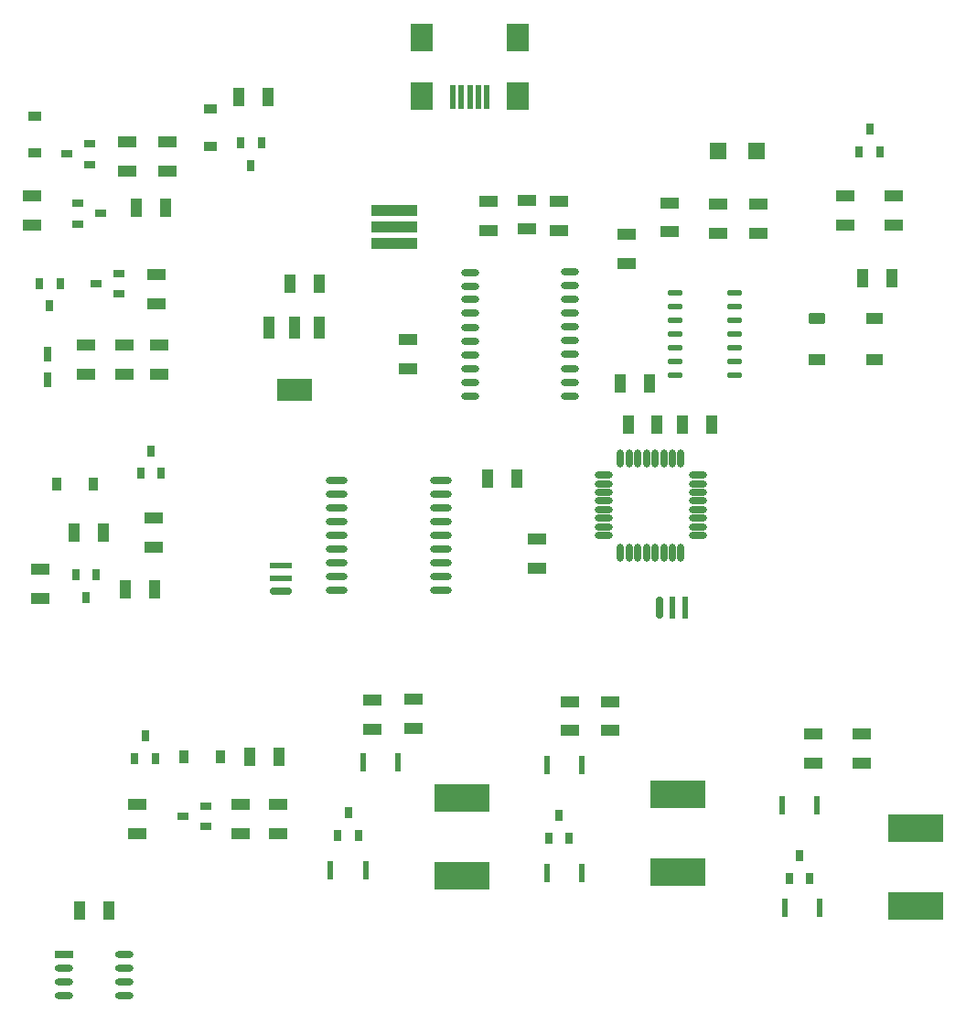
<source format=gtp>
G04*
G04 #@! TF.GenerationSoftware,Altium Limited,Altium Designer,18.0.11 (651)*
G04*
G04 Layer_Color=8421504*
%FSLAX25Y25*%
%MOIN*%
G70*
G01*
G75*
%ADD16R,0.01968X0.08858*%
%ADD17R,0.07874X0.09843*%
%ADD18R,0.07874X0.09843*%
%ADD19O,0.06693X0.02362*%
%ADD20R,0.03543X0.04724*%
%ADD21R,0.04331X0.06693*%
%ADD22R,0.03937X0.02756*%
%ADD23R,0.02756X0.03937*%
%ADD24R,0.06693X0.04331*%
%ADD25O,0.05512X0.02165*%
%ADD26R,0.04724X0.03543*%
%ADD27R,0.07874X0.02362*%
G04:AMPARAMS|DCode=28|XSize=23.62mil|YSize=78.74mil|CornerRadius=5.91mil|HoleSize=0mil|Usage=FLASHONLY|Rotation=90.000|XOffset=0mil|YOffset=0mil|HoleType=Round|Shape=RoundedRectangle|*
%AMROUNDEDRECTD28*
21,1,0.02362,0.06693,0,0,90.0*
21,1,0.01181,0.07874,0,0,90.0*
1,1,0.01181,0.03347,0.00591*
1,1,0.01181,0.03347,-0.00591*
1,1,0.01181,-0.03347,-0.00591*
1,1,0.01181,-0.03347,0.00591*
%
%ADD28ROUNDEDRECTD28*%
%ADD29O,0.06693X0.02559*%
%ADD30R,0.06693X0.02559*%
%ADD31R,0.02559X0.05315*%
%ADD32O,0.02362X0.06693*%
%ADD33R,0.02362X0.06890*%
%ADD34R,0.20000X0.09843*%
%ADD35R,0.16929X0.03937*%
%ADD36R,0.12795X0.08071*%
%ADD37R,0.03937X0.08071*%
%ADD38R,0.05906X0.05906*%
%ADD39O,0.07874X0.02756*%
%ADD40R,0.06299X0.03937*%
G04:AMPARAMS|DCode=41|XSize=39.37mil|YSize=62.99mil|CornerRadius=9.84mil|HoleSize=0mil|Usage=FLASHONLY|Rotation=90.000|XOffset=0mil|YOffset=0mil|HoleType=Round|Shape=RoundedRectangle|*
%AMROUNDEDRECTD41*
21,1,0.03937,0.04331,0,0,90.0*
21,1,0.01968,0.06299,0,0,90.0*
1,1,0.01968,0.02165,0.00984*
1,1,0.01968,0.02165,-0.00984*
1,1,0.01968,-0.02165,-0.00984*
1,1,0.01968,-0.02165,0.00984*
%
%ADD41ROUNDEDRECTD41*%
G04:AMPARAMS|DCode=42|XSize=23.62mil|YSize=78.74mil|CornerRadius=5.91mil|HoleSize=0mil|Usage=FLASHONLY|Rotation=0.000|XOffset=0mil|YOffset=0mil|HoleType=Round|Shape=RoundedRectangle|*
%AMROUNDEDRECTD42*
21,1,0.02362,0.06693,0,0,0.0*
21,1,0.01181,0.07874,0,0,0.0*
1,1,0.01181,0.00591,-0.03347*
1,1,0.01181,-0.00591,-0.03347*
1,1,0.01181,-0.00591,0.03347*
1,1,0.01181,0.00591,0.03347*
%
%ADD42ROUNDEDRECTD42*%
%ADD43R,0.02362X0.07874*%
D16*
X399213Y662598D02*
D03*
X402362D02*
D03*
X405512D02*
D03*
X408661D02*
D03*
X411811D02*
D03*
D17*
X387992Y684252D02*
D03*
X423032D02*
D03*
D18*
X387992Y662992D02*
D03*
X423032D02*
D03*
D19*
X405807Y553543D02*
D03*
Y558563D02*
D03*
Y563484D02*
D03*
Y568602D02*
D03*
Y573622D02*
D03*
Y578642D02*
D03*
Y583760D02*
D03*
X405787Y588701D02*
D03*
Y593661D02*
D03*
X405807Y598622D02*
D03*
X441929Y598721D02*
D03*
X441949Y593760D02*
D03*
Y588799D02*
D03*
X441929Y583858D02*
D03*
Y578740D02*
D03*
Y573721D02*
D03*
Y568701D02*
D03*
Y563583D02*
D03*
Y558661D02*
D03*
Y553642D02*
D03*
X488583Y502756D02*
D03*
Y505905D02*
D03*
Y509055D02*
D03*
Y512205D02*
D03*
Y515354D02*
D03*
Y518504D02*
D03*
Y521654D02*
D03*
Y524803D02*
D03*
X454331D02*
D03*
Y521654D02*
D03*
Y518504D02*
D03*
Y515354D02*
D03*
Y512205D02*
D03*
Y509055D02*
D03*
Y505905D02*
D03*
Y502756D02*
D03*
D20*
X301181Y422244D02*
D03*
X314567D02*
D03*
X268307Y521654D02*
D03*
X254921D02*
D03*
D21*
X336024Y422244D02*
D03*
X325394D02*
D03*
X493504Y543307D02*
D03*
X482874D02*
D03*
X473819D02*
D03*
X463189D02*
D03*
X460236Y558071D02*
D03*
X470866D02*
D03*
X294685Y622047D02*
D03*
X284055D02*
D03*
X290748Y483268D02*
D03*
X280118D02*
D03*
X559449Y596457D02*
D03*
X548819D02*
D03*
X332087Y662402D02*
D03*
X321457D02*
D03*
X263386Y366142D02*
D03*
X274016D02*
D03*
X272047Y503937D02*
D03*
X261417D02*
D03*
X340158Y594488D02*
D03*
X350787D02*
D03*
X412008Y523622D02*
D03*
X422638D02*
D03*
D22*
X300984Y400591D02*
D03*
X309252Y404331D02*
D03*
Y396850D02*
D03*
X269488Y594488D02*
D03*
X277756Y598228D02*
D03*
Y590748D02*
D03*
X266929Y637992D02*
D03*
Y645472D02*
D03*
X258661Y641732D02*
D03*
X262598Y623819D02*
D03*
Y616339D02*
D03*
X270866Y620079D02*
D03*
D23*
X287205Y429921D02*
D03*
X290945Y421654D02*
D03*
X283465D02*
D03*
X285630Y525394D02*
D03*
X293110D02*
D03*
X289370Y533661D02*
D03*
X525591Y386024D02*
D03*
X529331Y377756D02*
D03*
X521850D02*
D03*
X361221Y401772D02*
D03*
X364961Y393504D02*
D03*
X357480D02*
D03*
X547441Y642520D02*
D03*
X554921D02*
D03*
X551181Y650787D02*
D03*
X329528Y645866D02*
D03*
X322047D02*
D03*
X325787Y637598D02*
D03*
X434252Y392520D02*
D03*
X441732D02*
D03*
X437992Y400787D02*
D03*
X269488Y488386D02*
D03*
X262008D02*
D03*
X265748Y480118D02*
D03*
X256201Y594685D02*
D03*
X248721D02*
D03*
X252461Y586417D02*
D03*
D24*
X335630Y404921D02*
D03*
Y394291D02*
D03*
X321850Y404921D02*
D03*
Y394291D02*
D03*
X284449Y404921D02*
D03*
Y394291D02*
D03*
X382874Y574213D02*
D03*
Y563583D02*
D03*
X412402Y613779D02*
D03*
Y624409D02*
D03*
X295276Y646063D02*
D03*
Y635433D02*
D03*
X280512D02*
D03*
Y646063D02*
D03*
X265748Y561614D02*
D03*
Y572244D02*
D03*
X279528Y561614D02*
D03*
Y572244D02*
D03*
X292323D02*
D03*
Y561614D02*
D03*
X291339Y597835D02*
D03*
Y587205D02*
D03*
X456693Y442323D02*
D03*
Y431693D02*
D03*
X441929D02*
D03*
Y442323D02*
D03*
X370079Y432283D02*
D03*
Y442913D02*
D03*
X384842Y443307D02*
D03*
Y432677D02*
D03*
X530512Y419882D02*
D03*
Y430512D02*
D03*
X548228D02*
D03*
Y419882D02*
D03*
X560039Y615748D02*
D03*
Y626378D02*
D03*
X542323D02*
D03*
Y615748D02*
D03*
X437992Y613779D02*
D03*
Y624409D02*
D03*
X426181Y614370D02*
D03*
Y625000D02*
D03*
X478346Y624016D02*
D03*
Y613386D02*
D03*
X462598Y601968D02*
D03*
Y612598D02*
D03*
X510827Y623425D02*
D03*
Y612795D02*
D03*
X249016Y490551D02*
D03*
Y479921D02*
D03*
X290354Y498622D02*
D03*
Y509252D02*
D03*
X246063Y626378D02*
D03*
Y615748D02*
D03*
X496063Y612795D02*
D03*
Y623425D02*
D03*
X430118Y490748D02*
D03*
Y501378D02*
D03*
D25*
X501968Y561024D02*
D03*
Y566024D02*
D03*
Y571024D02*
D03*
Y576024D02*
D03*
Y581024D02*
D03*
Y586024D02*
D03*
Y591024D02*
D03*
X480315Y561024D02*
D03*
Y566024D02*
D03*
Y571024D02*
D03*
Y576024D02*
D03*
Y581024D02*
D03*
Y586024D02*
D03*
Y591024D02*
D03*
D26*
X311024Y658071D02*
D03*
Y644685D02*
D03*
X247047Y655512D02*
D03*
Y642126D02*
D03*
D27*
X336614Y491929D02*
D03*
Y487205D02*
D03*
D28*
Y482480D02*
D03*
D29*
X279724Y335020D02*
D03*
Y340020D02*
D03*
Y345020D02*
D03*
Y350020D02*
D03*
X257677Y335020D02*
D03*
Y340020D02*
D03*
Y345020D02*
D03*
D30*
Y350020D02*
D03*
D31*
X251673Y568898D02*
D03*
Y559449D02*
D03*
D32*
X460433Y496654D02*
D03*
X463583D02*
D03*
X466732D02*
D03*
X469882D02*
D03*
X473032D02*
D03*
X476181D02*
D03*
X479331D02*
D03*
X482480D02*
D03*
Y530905D02*
D03*
X479331D02*
D03*
X476181D02*
D03*
X473032D02*
D03*
X469882D02*
D03*
X466732D02*
D03*
X463583D02*
D03*
X460433D02*
D03*
D33*
X433563Y379921D02*
D03*
X446358D02*
D03*
X433563Y419291D02*
D03*
X446358D02*
D03*
X520177Y367126D02*
D03*
X532972D02*
D03*
X354823Y380906D02*
D03*
X367618D02*
D03*
X379429Y420276D02*
D03*
X366634D02*
D03*
X531988Y404528D02*
D03*
X519193D02*
D03*
D34*
X481299Y380118D02*
D03*
Y408465D02*
D03*
X567913Y367913D02*
D03*
Y396260D02*
D03*
X402559Y378740D02*
D03*
Y407087D02*
D03*
D35*
X377953Y609252D02*
D03*
Y615158D02*
D03*
Y621063D02*
D03*
D36*
X341535Y555709D02*
D03*
D37*
X332480Y578445D02*
D03*
X341535D02*
D03*
X350590D02*
D03*
D38*
X509842Y642717D02*
D03*
X496063D02*
D03*
D39*
X357087Y522953D02*
D03*
Y517953D02*
D03*
Y512953D02*
D03*
Y507953D02*
D03*
Y502953D02*
D03*
Y497953D02*
D03*
Y492953D02*
D03*
Y487953D02*
D03*
Y482953D02*
D03*
X394882Y522953D02*
D03*
Y517953D02*
D03*
Y512953D02*
D03*
Y507953D02*
D03*
Y502953D02*
D03*
Y497953D02*
D03*
Y492953D02*
D03*
Y487953D02*
D03*
Y482953D02*
D03*
D40*
X531890Y566929D02*
D03*
X553150D02*
D03*
Y581890D02*
D03*
D41*
X531890D02*
D03*
D42*
X474606Y476378D02*
D03*
D43*
X479331D02*
D03*
X484055D02*
D03*
M02*

</source>
